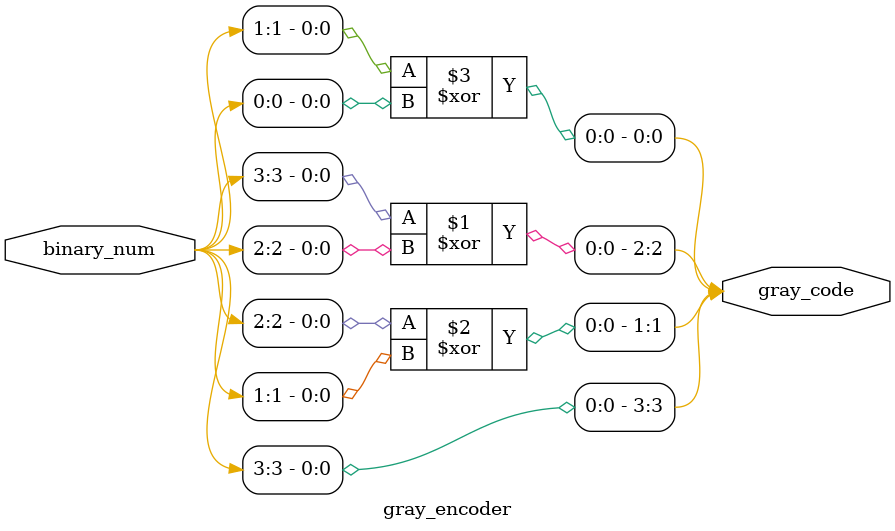
<source format=sv>

`timescale 1ns/1ps

module gray_encoder(input logic [3:0] binary_num, output logic [3:0] gray_code);

assign gray_code[3] = binary_num[3];
assign gray_code[2] = binary_num[3] ^ binary_num[2];
assign gray_code[1] = binary_num[2] ^ binary_num[1];
assign gray_code[0] = binary_num[1] ^ binary_num[0];

endmodule

</source>
